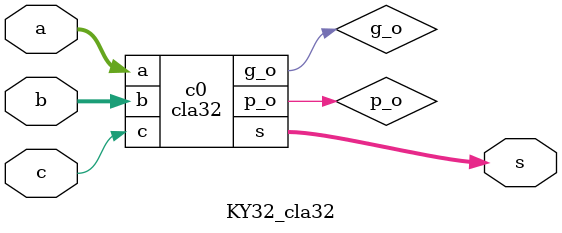
<source format=v>

module add(
  output g, p, s, 
  input  a, b, c
);
  assign s = a ^ b ^ c;
  assign g = a & b;
  assign p = a | b;
endmodule

module gp(
  output      g_o, p_o, c_o,
  input [1:0] g, p,
  input       c
);
  assign g_o = g[1] | p[1] & g[0];
  assign p_o = p[1] & p[0];
  assign c_o = g[0] | p[0] & c;
endmodule

module cla2(
  output        g_o, p_o,
  output [1:0]  s,
  input  [1:0]  a, b,
  input         c
);

  wire [1:0]  g, p;
  wire        c_o;

  add a0(g[0], p[0], s[0], a[0], b[0], c);
  add a1(g[1], p[1], s[1], a[1], b[1], c_o);
  gp  gp0(g_o, p_o, c_o, g, p, c);
endmodule

module cla4(
  output        g_o, p_o, 
  output [3:0]  s,
  input  [3:0]  a, b,
  input         c
);
  wire [1:0]  g, p;
  wire        c_o;
  cla2 c0(g[0], p[0], s[1:0], a[1:0], b[1:0], c);
  cla2 c1(g[1], p[1], s[3:2], a[3:2], b[3:2], c_o);
  gp  gp0(g_o, p_o, c_o, g, p, c);
endmodule

module cla8(
  output        g_o, p_o,
  output [7:0]  s, 
  input  [7:0]  a, b,
  input         c
);
  wire [1:0]  g, p;
  wire        c_o;

  cla4 c0(g[0], p[0], s[3:0], a[3:0], b[3:0], c);
  cla4 c1(g[1], p[1], s[7:4], a[7:4], b[7:4], c_o);
  gp  gp0(g_o, p_o, c_o, g, p, c);
endmodule

  
module cla16(
  output         g_o, p_o,
  output [15:0]  s, 
  input  [15:0]  a, b,
  input          c
);
  wire [1:0]  g, p;
  wire        c_o;
  always @ * begin
    $display("cl31: a=%b, b=%b", a, b);
  end
  cla8 c0(g[0], p[0], s[7:0], a[7:0], b[7:0], c);
  cla8 c1(g[1], p[1], s[15:8], a[15:8], b[15:8], c_o);
  gp  gp0(g_o, p_o, c_o, g, p, c);
endmodule

module cla32(
  output         g_o, p_o,
  output [31:0]  s, 
  input  [31:0]  a, b,
  input          c
);
  wire [1:0]  g, p;
  wire        c_o;

  cla16 c0(g[0], p[0], s[15:0], a[15:0], b[15:0], c);
  cla16 c1(g[1], p[1], s[31:16], a[31:16], b[31:16], c_o);
  gp  gp0(g_o, p_o, c_o, g, p, c);
endmodule

module KY32_cla32(
  output  [31:0]  s,
  input   [31:0]  a, b,
  input           c
);
  wire g_o, p_o;

  cla32 c0(g_o, p_o, s, a, b, c);
endmodule

</source>
